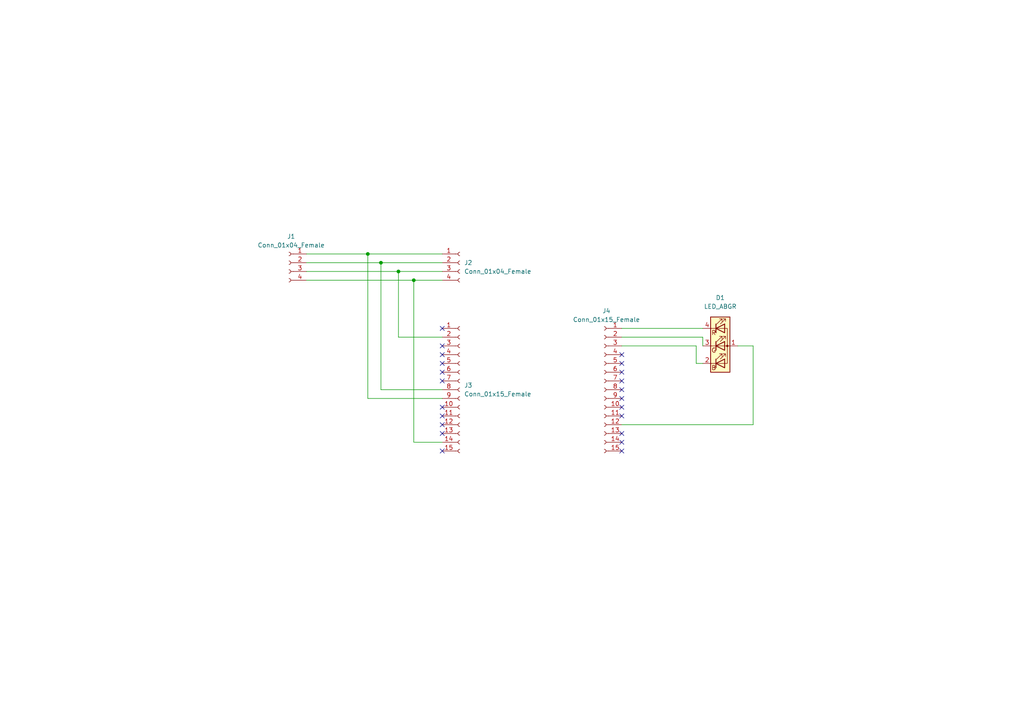
<source format=kicad_sch>
(kicad_sch (version 20211123) (generator eeschema)
  (paper "A4")
  (lib_symbols
    (symbol "Connector:Conn_01x04_Female" (pin_names (offset 1.016) hide)
      (property "Reference" "J" (at 0 5.08 0))
      (property "Value" "Conn_01x04_Female" (at 0 -7.62 0))
      (symbol "Conn_01x04_Female_1_1"
        (arc (start 0 -4.572) (mid -0.508 -5.08) (end 0 -5.588) (stroke (width 0.1524)))
        (arc (start 0 -2.032) (mid -0.508 -2.54) (end 0 -3.048) (stroke (width 0.1524)))
        (polyline (pts (xy -1.27 -5.08) (xy -0.508 -5.08)) (stroke (width 0.1524)))
        (polyline (pts (xy -1.27 -2.54) (xy -0.508 -2.54)) (stroke (width 0.1524)))
        (polyline (pts (xy -1.27 0) (xy -0.508 0)) (stroke (width 0.1524)))
        (polyline (pts (xy -1.27 2.54) (xy -0.508 2.54)) (stroke (width 0.1524)))
        (arc (start 0 0.508) (mid -0.508 0) (end 0 -0.508) (stroke (width 0.1524)))
        (arc (start 0 3.048) (mid -0.508 2.54) (end 0 2.032) (stroke (width 0.1524)))
        (pin passive line (at -5.08 2.54 0) (length 3.81) (name "Pin_1") (number "1"))
        (pin passive line (at -5.08 0 0) (length 3.81) (name "Pin_2") (number "2"))
        (pin passive line (at -5.08 -2.54 0) (length 3.81) (name "Pin_3") (number "3"))
        (pin passive line (at -5.08 -5.08 0) (length 3.81) (name "Pin_4") (number "4"))
      )
    )
    (symbol "Connector:Conn_01x15_Female" (pin_names (offset 1.016) hide)
      (property "Reference" "J" (at 0 20.32 0))
      (property "Value" "Conn_01x15_Female" (at 0 -20.32 0))
      (symbol "Conn_01x15_Female_1_1"
        (arc (start 0 -17.272) (mid -0.508 -17.78) (end 0 -18.288) (stroke (width 0.1524)))
        (arc (start 0 -14.732) (mid -0.508 -15.24) (end 0 -15.748) (stroke (width 0.1524)))
        (arc (start 0 -12.192) (mid -0.508 -12.7) (end 0 -13.208) (stroke (width 0.1524)))
        (arc (start 0 -9.652) (mid -0.508 -10.16) (end 0 -10.668) (stroke (width 0.1524)))
        (arc (start 0 -7.112) (mid -0.508 -7.62) (end 0 -8.128) (stroke (width 0.1524)))
        (arc (start 0 -4.572) (mid -0.508 -5.08) (end 0 -5.588) (stroke (width 0.1524)))
        (arc (start 0 -2.032) (mid -0.508 -2.54) (end 0 -3.048) (stroke (width 0.1524)))
        (polyline (pts (xy -1.27 -17.78) (xy -0.508 -17.78)) (stroke (width 0.1524)))
        (polyline (pts (xy -1.27 -15.24) (xy -0.508 -15.24)) (stroke (width 0.1524)))
        (polyline (pts (xy -1.27 -12.7) (xy -0.508 -12.7)) (stroke (width 0.1524)))
        (polyline (pts (xy -1.27 -10.16) (xy -0.508 -10.16)) (stroke (width 0.1524)))
        (polyline (pts (xy -1.27 -7.62) (xy -0.508 -7.62)) (stroke (width 0.1524)))
        (polyline (pts (xy -1.27 -5.08) (xy -0.508 -5.08)) (stroke (width 0.1524)))
        (polyline (pts (xy -1.27 -2.54) (xy -0.508 -2.54)) (stroke (width 0.1524)))
        (polyline (pts (xy -1.27 0) (xy -0.508 0)) (stroke (width 0.1524)))
        (polyline (pts (xy -1.27 2.54) (xy -0.508 2.54)) (stroke (width 0.1524)))
        (polyline (pts (xy -1.27 5.08) (xy -0.508 5.08)) (stroke (width 0.1524)))
        (polyline (pts (xy -1.27 7.62) (xy -0.508 7.62)) (stroke (width 0.1524)))
        (polyline (pts (xy -1.27 10.16) (xy -0.508 10.16)) (stroke (width 0.1524)))
        (polyline (pts (xy -1.27 12.7) (xy -0.508 12.7)) (stroke (width 0.1524)))
        (polyline (pts (xy -1.27 15.24) (xy -0.508 15.24)) (stroke (width 0.1524)))
        (polyline (pts (xy -1.27 17.78) (xy -0.508 17.78)) (stroke (width 0.1524)))
        (arc (start 0 0.508) (mid -0.508 0) (end 0 -0.508) (stroke (width 0.1524)))
        (arc (start 0 3.048) (mid -0.508 2.54) (end 0 2.032) (stroke (width 0.1524)))
        (arc (start 0 5.588) (mid -0.508 5.08) (end 0 4.572) (stroke (width 0.1524)))
        (arc (start 0 8.128) (mid -0.508 7.62) (end 0 7.112) (stroke (width 0.1524)))
        (arc (start 0 10.668) (mid -0.508 10.16) (end 0 9.652) (stroke (width 0.1524)))
        (arc (start 0 13.208) (mid -0.508 12.7) (end 0 12.192) (stroke (width 0.1524)))
        (arc (start 0 15.748) (mid -0.508 15.24) (end 0 14.732) (stroke (width 0.1524)))
        (arc (start 0 18.288) (mid -0.508 17.78) (end 0 17.272) (stroke (width 0.1524)))
        (pin passive line (at -5.08 17.78 0) (length 3.81) (name "Pin_1") (number "1"))
        (pin passive line (at -5.08 -5.08 0) (length 3.81) (name "Pin_10") (number "10"))
        (pin passive line (at -5.08 -7.62 0) (length 3.81) (name "Pin_11") (number "11"))
        (pin passive line (at -5.08 -10.16 0) (length 3.81) (name "Pin_12") (number "12"))
        (pin passive line (at -5.08 -12.7 0) (length 3.81) (name "Pin_13") (number "13"))
        (pin passive line (at -5.08 -15.24 0) (length 3.81) (name "Pin_14") (number "14"))
        (pin passive line (at -5.08 -17.78 0) (length 3.81) (name "Pin_15") (number "15"))
        (pin passive line (at -5.08 15.24 0) (length 3.81) (name "Pin_2") (number "2"))
        (pin passive line (at -5.08 12.7 0) (length 3.81) (name "Pin_3") (number "3"))
        (pin passive line (at -5.08 10.16 0) (length 3.81) (name "Pin_4") (number "4"))
        (pin passive line (at -5.08 7.62 0) (length 3.81) (name "Pin_5") (number "5"))
        (pin passive line (at -5.08 5.08 0) (length 3.81) (name "Pin_6") (number "6"))
        (pin passive line (at -5.08 2.54 0) (length 3.81) (name "Pin_7") (number "7"))
        (pin passive line (at -5.08 0 0) (length 3.81) (name "Pin_8") (number "8"))
        (pin passive line (at -5.08 -2.54 0) (length 3.81) (name "Pin_9") (number "9"))
      )
    )
    (symbol "Device:LED_ABGR" (pin_names (offset 0) hide)
      (property "Reference" "D" (at 0 9.398 0))
      (property "Value" "LED_ABGR" (at 0 -8.89 0))
      (symbol "LED_ABGR_0_0"
        (text "B" (at -1.905 -6.35 0) (effects (font (size 1.27 1.27))))
        (text "G" (at -1.905 -1.27 0) (effects (font (size 1.27 1.27))))
        (text "R" (at -1.905 3.81 0) (effects (font (size 1.27 1.27))))
      )
      (symbol "LED_ABGR_0_1"
        (polyline (pts (xy -1.27 -5.08) (xy -2.54 -5.08)))
        (polyline (pts (xy -1.27 -5.08) (xy 1.27 -5.08)))
        (polyline (pts (xy -1.27 -3.81) (xy -1.27 -6.35)) (stroke (width 0.254)))
        (polyline (pts (xy -1.27 0) (xy -2.54 0)))
        (polyline (pts (xy -1.27 1.27) (xy -1.27 -1.27)) (stroke (width 0.254)))
        (polyline (pts (xy -1.27 5.08) (xy -2.54 5.08)))
        (polyline (pts (xy -1.27 5.08) (xy 1.27 5.08)))
        (polyline (pts (xy -1.27 6.35) (xy -1.27 3.81)) (stroke (width 0.254)))
        (polyline (pts (xy 1.27 0) (xy -1.27 0)))
        (polyline (pts (xy 1.27 0) (xy 2.54 0)))
        (polyline (pts (xy -1.27 1.27) (xy -1.27 -1.27) (xy -1.27 -1.27)))
        (polyline (pts (xy -1.27 6.35) (xy -1.27 3.81) (xy -1.27 3.81)))
        (polyline (pts (xy 1.27 -5.08) (xy 2.032 -5.08) (xy 2.032 5.08) (xy 1.27 5.08)))
        (polyline (pts (xy 1.27 -3.81) (xy 1.27 -6.35) (xy -1.27 -5.08) (xy 1.27 -3.81)) (stroke (width 0.254)))
        (polyline (pts (xy 1.27 1.27) (xy 1.27 -1.27) (xy -1.27 0) (xy 1.27 1.27)) (stroke (width 0.254)))
        (polyline (pts (xy 1.27 6.35) (xy 1.27 3.81) (xy -1.27 5.08) (xy 1.27 6.35)) (stroke (width 0.254)))
        (polyline (pts (xy -1.016 -3.81) (xy 0.508 -2.286) (xy -0.254 -2.286) (xy 0.508 -2.286) (xy 0.508 -3.048)))
        (polyline (pts (xy -1.016 1.27) (xy 0.508 2.794) (xy -0.254 2.794) (xy 0.508 2.794) (xy 0.508 2.032)))
        (polyline (pts (xy -1.016 6.35) (xy 0.508 7.874) (xy -0.254 7.874) (xy 0.508 7.874) (xy 0.508 7.112)))
        (polyline (pts (xy 0 -3.81) (xy 1.524 -2.286) (xy 0.762 -2.286) (xy 1.524 -2.286) (xy 1.524 -3.048)))
        (polyline (pts (xy 0 1.27) (xy 1.524 2.794) (xy 0.762 2.794) (xy 1.524 2.794) (xy 1.524 2.032)))
        (polyline (pts (xy 0 6.35) (xy 1.524 7.874) (xy 0.762 7.874) (xy 1.524 7.874) (xy 1.524 7.112)))
        (rectangle (start 1.27 -1.27) (end 1.27 1.27))
        (rectangle (start 1.27 1.27) (end 1.27 1.27))
        (rectangle (start 1.27 3.81) (end 1.27 6.35))
        (rectangle (start 1.27 6.35) (end 1.27 6.35))
        (circle (center 2.032 0) (radius 0.254) (fill (type outline)))
        (rectangle (start 2.794 8.382) (end -2.794 -7.62) (stroke (width 0.254)) (fill (type background)))
      )
      (symbol "LED_ABGR_1_1"
        (pin passive line (at 5.08 0 180) (length 2.54) (name "A") (number "1"))
        (pin passive line (at -5.08 -5.08 0) (length 2.54) (name "BK") (number "2"))
        (pin passive line (at -5.08 0 0) (length 2.54) (name "GK") (number "3"))
        (pin passive line (at -5.08 5.08 0) (length 2.54) (name "RK") (number "4"))
      )
    )
  )
  (junction (at 110.49 76.2))
  (junction (at 120.015 81.28))
  (junction (at 106.68 73.66))
  (junction (at 115.57 78.74))
  (no_connect (at 128.27 120.65))
  (no_connect (at 180.34 110.49))
  (no_connect (at 180.34 125.73))
  (no_connect (at 180.34 128.27))
  (no_connect (at 180.34 105.41))
  (no_connect (at 180.34 118.11))
  (no_connect (at 128.27 118.11))
  (no_connect (at 128.27 105.41))
  (no_connect (at 180.34 107.95))
  (no_connect (at 180.34 102.87))
  (no_connect (at 128.27 123.19))
  (no_connect (at 128.27 102.87))
  (no_connect (at 128.27 130.81))
  (no_connect (at 180.34 120.65))
  (no_connect (at 128.27 95.25))
  (no_connect (at 128.27 107.95))
  (no_connect (at 180.34 130.81))
  (no_connect (at 128.27 100.33))
  (no_connect (at 128.27 110.49))
  (no_connect (at 128.27 125.73))
  (no_connect (at 180.34 113.03))
  (no_connect (at 180.34 115.57))
  (wire (pts (xy 120.015 81.28) (xy 128.27 81.28)))
  (wire (pts (xy 128.27 113.03) (xy 110.49 113.03)))
  (wire (pts (xy 218.44 100.33) (xy 218.44 123.19)))
  (wire (pts (xy 201.93 100.33) (xy 201.93 105.41)))
  (wire (pts (xy 180.34 97.79) (xy 203.835 97.79)))
  (wire (pts (xy 120.015 128.27) (xy 128.27 128.27)))
  (wire (pts (xy 110.49 76.2) (xy 110.49 113.03)))
  (wire (pts (xy 201.93 105.41) (xy 203.835 105.41)))
  (wire (pts (xy 180.34 95.25) (xy 203.835 95.25)))
  (wire (pts (xy 88.9 76.2) (xy 110.49 76.2)))
  (wire (pts (xy 120.015 81.28) (xy 120.015 128.27)))
  (wire (pts (xy 180.34 100.33) (xy 201.93 100.33)))
  (wire (pts (xy 115.57 97.79) (xy 128.27 97.79)))
  (wire (pts (xy 213.995 100.33) (xy 218.44 100.33)))
  (wire (pts (xy 106.68 73.66) (xy 106.68 115.57)))
  (wire (pts (xy 128.27 73.66) (xy 106.68 73.66)))
  (wire (pts (xy 88.9 78.74) (xy 115.57 78.74)))
  (wire (pts (xy 88.9 73.66) (xy 106.68 73.66)))
  (wire (pts (xy 88.9 81.28) (xy 120.015 81.28)))
  (wire (pts (xy 128.27 78.74) (xy 115.57 78.74)))
  (wire (pts (xy 115.57 78.74) (xy 115.57 97.79)))
  (wire (pts (xy 218.44 123.19) (xy 180.34 123.19)))
  (wire (pts (xy 203.835 97.79) (xy 203.835 100.33)))
  (wire (pts (xy 106.68 115.57) (xy 128.27 115.57)))
  (wire (pts (xy 110.49 76.2) (xy 128.27 76.2)))
  (symbol (lib_id "Connector:Conn_01x15_Female") (at 133.35 113.03 0) (unit 1)
    (property "Reference" "J3" (at 134.62 111.7599 0) (effects (justify left)))
    (property "Value" "Conn_01x15_Female" (at 134.62 114.2999 0) (effects (justify left)))
    (property "Footprint" "Connector_PinSocket_2.54mm:PinSocket_1x15_P2.54mm_Vertical" (effects hide))
  )
  (symbol (lib_id "Device:LED_ABGR") (at 208.915 100.33 0) (unit 1)
    (property "Reference" "D1" (at 208.915 86.36 0))
    (property "Value" "LED_ABGR" (at 208.915 88.9 0))
    (property "Footprint" "LED_SMD:LED_RGB_1210" (effects hide))
  )
  (symbol (lib_id "Connector:Conn_01x04_Female") (at 133.35 76.2 0) (unit 1)
    (property "Reference" "J2" (at 134.62 76.1999 0) (effects (justify left)))
    (property "Value" "Conn_01x04_Female" (at 134.62 78.7399 0) (effects (justify left)))
    (property "Footprint" "Connector_PinSocket_2.54mm:PinSocket_1x04_P2.54mm_Vertical" (effects hide))
  )
  (symbol (lib_id "Connector:Conn_01x15_Female") (at 175.26 113.03 0) (mirror y) (unit 1)
    (property "Reference" "J4" (at 175.895 90.17 0))
    (property "Value" "Conn_01x15_Female" (at 175.895 92.71 0))
    (property "Footprint" "Connector_PinSocket_2.54mm:PinSocket_1x15_P2.54mm_Vertical" (effects hide))
  )
  (symbol (lib_id "Connector:Conn_01x04_Female") (at 83.82 76.2 0) (mirror y) (unit 1)
    (property "Reference" "J1" (at 84.455 68.58 0))
    (property "Value" "Conn_01x04_Female" (at 84.455 71.12 0))
    (property "Footprint" "Connector_PinSocket_2.54mm:PinSocket_1x04_P2.54mm_Vertical" (effects hide))
  )
)
</source>
